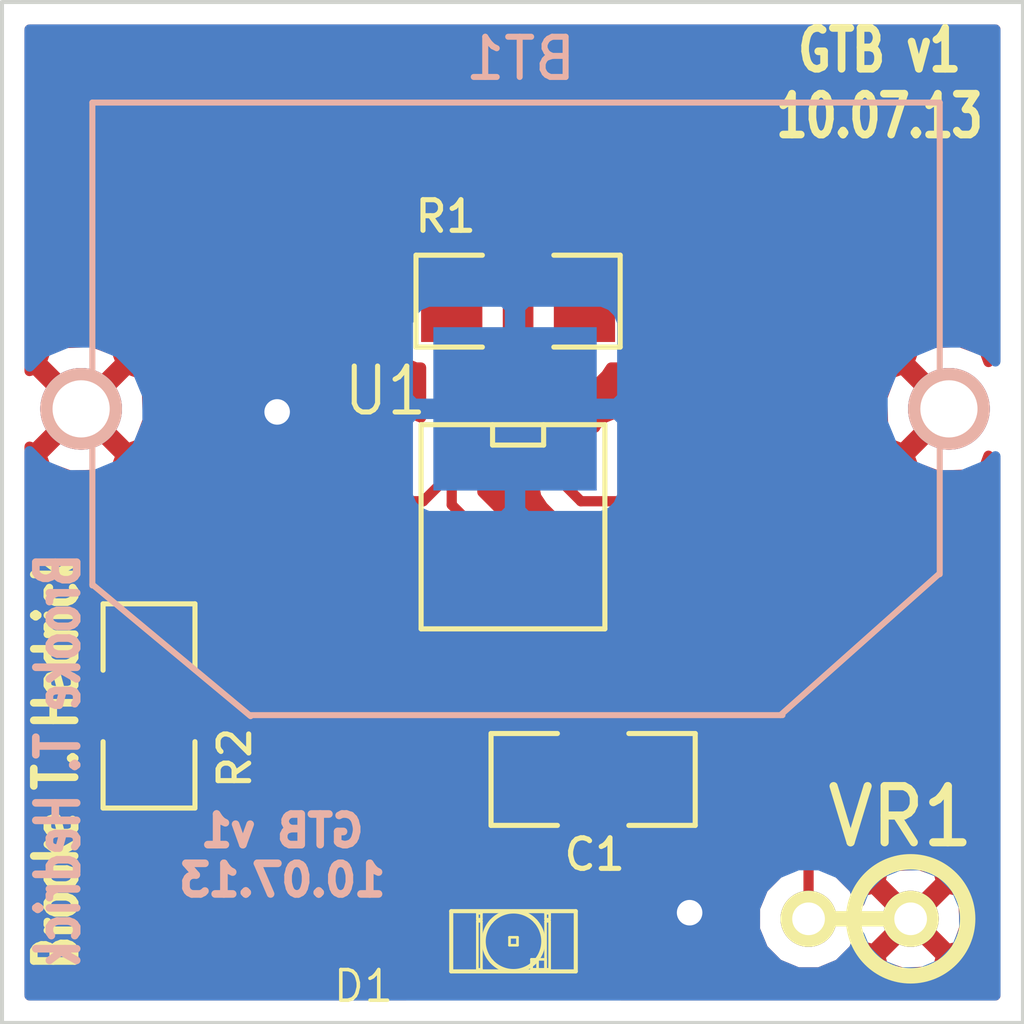
<source format=kicad_pcb>
(kicad_pcb (version 3) (host pcbnew "(2013-08-23 BZR 4296)-product")

  (general
    (links 14)
    (no_connects 0)
    (area 99.080865 98.908399 128.396201 124.52985)
    (thickness 1.6)
    (drawings 9)
    (tracks 34)
    (zones 0)
    (modules 7)
    (nets 8)
  )

  (page A4)
  (layers
    (15 F.Cu signal)
    (0 B.Cu signal hide)
    (16 B.Adhes user)
    (17 F.Adhes user)
    (18 B.Paste user)
    (19 F.Paste user)
    (20 B.SilkS user)
    (21 F.SilkS user)
    (22 B.Mask user)
    (23 F.Mask user)
    (24 Dwgs.User user)
    (25 Cmts.User user)
    (26 Eco1.User user)
    (27 Eco2.User user)
    (28 Edge.Cuts user)
  )

  (setup
    (last_trace_width 0.254)
    (trace_clearance 0.254)
    (zone_clearance 0.508)
    (zone_45_only no)
    (trace_min 0.254)
    (segment_width 0.2)
    (edge_width 0.1)
    (via_size 0.889)
    (via_drill 0.635)
    (via_min_size 0.889)
    (via_min_drill 0.508)
    (uvia_size 0.508)
    (uvia_drill 0.127)
    (uvias_allowed no)
    (uvia_min_size 0.508)
    (uvia_min_drill 0.127)
    (pcb_text_width 0.3)
    (pcb_text_size 1.5 1.5)
    (mod_edge_width 0.15)
    (mod_text_size 1 1)
    (mod_text_width 0.15)
    (pad_size 4.064 4.064)
    (pad_drill 0)
    (pad_to_mask_clearance 0)
    (aux_axis_origin 0 0)
    (visible_elements 7FFFFFFF)
    (pcbplotparams
      (layerselection 3178497)
      (usegerberextensions true)
      (excludeedgelayer true)
      (linewidth 0.150000)
      (plotframeref false)
      (viasonmask false)
      (mode 1)
      (useauxorigin false)
      (hpglpennumber 1)
      (hpglpenspeed 20)
      (hpglpendiameter 15)
      (hpglpenoverlay 2)
      (psnegative false)
      (psa4output false)
      (plotreference true)
      (plotvalue true)
      (plotothertext true)
      (plotinvisibletext false)
      (padsonsilk false)
      (subtractmaskfromsilk false)
      (outputformat 1)
      (mirror false)
      (drillshape 1)
      (scaleselection 1)
      (outputdirectory ""))
  )

  (net 0 "")
  (net 1 GND)
  (net 2 N-000001)
  (net 3 N-000002)
  (net 4 N-000004)
  (net 5 N-000006)
  (net 6 N-000007)
  (net 7 VCC)

  (net_class Default "This is the default net class."
    (clearance 0.254)
    (trace_width 0.254)
    (via_dia 0.889)
    (via_drill 0.635)
    (uvia_dia 0.508)
    (uvia_drill 0.127)
    (add_net "")
    (add_net GND)
    (add_net N-000001)
    (add_net N-000002)
    (add_net N-000004)
    (add_net N-000006)
    (add_net N-000007)
    (add_net VCC)
  )

  (module SM1206 (layer F.Cu) (tedit 52538772) (tstamp 524FA1B7)
    (at 117.6528 118.3005)
    (path /524F7B7F)
    (attr smd)
    (fp_text reference C1 (at 0.0381 1.8669) (layer F.SilkS)
      (effects (font (size 0.762 0.762) (thickness 0.127)))
    )
    (fp_text value 1U (at 0 0) (layer F.SilkS) hide
      (effects (font (size 0.762 0.762) (thickness 0.127)))
    )
    (fp_line (start -2.54 -1.143) (end -2.54 1.143) (layer F.SilkS) (width 0.127))
    (fp_line (start -2.54 1.143) (end -0.889 1.143) (layer F.SilkS) (width 0.127))
    (fp_line (start 0.889 -1.143) (end 2.54 -1.143) (layer F.SilkS) (width 0.127))
    (fp_line (start 2.54 -1.143) (end 2.54 1.143) (layer F.SilkS) (width 0.127))
    (fp_line (start 2.54 1.143) (end 0.889 1.143) (layer F.SilkS) (width 0.127))
    (fp_line (start -0.889 -1.143) (end -2.54 -1.143) (layer F.SilkS) (width 0.127))
    (pad 1 smd rect (at -1.651 0) (size 1.524 2.032)
      (layers F.Cu F.Paste F.Mask)
      (net 5 N-000006)
    )
    (pad 2 smd rect (at 1.651 0) (size 1.524 2.032)
      (layers F.Cu F.Paste F.Mask)
      (net 1 GND)
    )
    (model smd/chip_cms.wrl
      (at (xyz 0 0 0))
      (scale (xyz 0.17 0.16 0.16))
      (rotate (xyz 0 0 0))
    )
  )

  (module LED-1206 (layer F.Cu) (tedit 5253879E) (tstamp 524FA1E1)
    (at 115.6716 122.3264)
    (descr "LED 1206 smd package")
    (tags "LED1206 SMD")
    (path /524F7C83)
    (attr smd)
    (fp_text reference D1 (at -3.7338 1.1176) (layer F.SilkS)
      (effects (font (size 0.762 0.762) (thickness 0.0889)))
    )
    (fp_text value LED (at 0 1.524) (layer F.SilkS) hide
      (effects (font (size 0.762 0.762) (thickness 0.0889)))
    )
    (fp_line (start -0.09906 0.09906) (end 0.09906 0.09906) (layer F.SilkS) (width 0.06604))
    (fp_line (start 0.09906 0.09906) (end 0.09906 -0.09906) (layer F.SilkS) (width 0.06604))
    (fp_line (start -0.09906 -0.09906) (end 0.09906 -0.09906) (layer F.SilkS) (width 0.06604))
    (fp_line (start -0.09906 0.09906) (end -0.09906 -0.09906) (layer F.SilkS) (width 0.06604))
    (fp_line (start 0.44958 0.6985) (end 0.79756 0.6985) (layer F.SilkS) (width 0.06604))
    (fp_line (start 0.79756 0.6985) (end 0.79756 0.44958) (layer F.SilkS) (width 0.06604))
    (fp_line (start 0.44958 0.44958) (end 0.79756 0.44958) (layer F.SilkS) (width 0.06604))
    (fp_line (start 0.44958 0.6985) (end 0.44958 0.44958) (layer F.SilkS) (width 0.06604))
    (fp_line (start 0.79756 0.6985) (end 0.89916 0.6985) (layer F.SilkS) (width 0.06604))
    (fp_line (start 0.89916 0.6985) (end 0.89916 -0.49784) (layer F.SilkS) (width 0.06604))
    (fp_line (start 0.79756 -0.49784) (end 0.89916 -0.49784) (layer F.SilkS) (width 0.06604))
    (fp_line (start 0.79756 0.6985) (end 0.79756 -0.49784) (layer F.SilkS) (width 0.06604))
    (fp_line (start 0.79756 -0.54864) (end 0.89916 -0.54864) (layer F.SilkS) (width 0.06604))
    (fp_line (start 0.89916 -0.54864) (end 0.89916 -0.6985) (layer F.SilkS) (width 0.06604))
    (fp_line (start 0.79756 -0.6985) (end 0.89916 -0.6985) (layer F.SilkS) (width 0.06604))
    (fp_line (start 0.79756 -0.54864) (end 0.79756 -0.6985) (layer F.SilkS) (width 0.06604))
    (fp_line (start -0.89916 0.6985) (end -0.79756 0.6985) (layer F.SilkS) (width 0.06604))
    (fp_line (start -0.79756 0.6985) (end -0.79756 -0.49784) (layer F.SilkS) (width 0.06604))
    (fp_line (start -0.89916 -0.49784) (end -0.79756 -0.49784) (layer F.SilkS) (width 0.06604))
    (fp_line (start -0.89916 0.6985) (end -0.89916 -0.49784) (layer F.SilkS) (width 0.06604))
    (fp_line (start -0.89916 -0.54864) (end -0.79756 -0.54864) (layer F.SilkS) (width 0.06604))
    (fp_line (start -0.79756 -0.54864) (end -0.79756 -0.6985) (layer F.SilkS) (width 0.06604))
    (fp_line (start -0.89916 -0.6985) (end -0.79756 -0.6985) (layer F.SilkS) (width 0.06604))
    (fp_line (start -0.89916 -0.54864) (end -0.89916 -0.6985) (layer F.SilkS) (width 0.06604))
    (fp_line (start 0.44958 0.6985) (end 0.59944 0.6985) (layer F.SilkS) (width 0.06604))
    (fp_line (start 0.59944 0.6985) (end 0.59944 0.44958) (layer F.SilkS) (width 0.06604))
    (fp_line (start 0.44958 0.44958) (end 0.59944 0.44958) (layer F.SilkS) (width 0.06604))
    (fp_line (start 0.44958 0.6985) (end 0.44958 0.44958) (layer F.SilkS) (width 0.06604))
    (fp_line (start 1.5494 0.7493) (end -1.5494 0.7493) (layer F.SilkS) (width 0.1016))
    (fp_line (start -1.5494 0.7493) (end -1.5494 -0.7493) (layer F.SilkS) (width 0.1016))
    (fp_line (start -1.5494 -0.7493) (end 1.5494 -0.7493) (layer F.SilkS) (width 0.1016))
    (fp_line (start 1.5494 -0.7493) (end 1.5494 0.7493) (layer F.SilkS) (width 0.1016))
    (fp_arc (start 0 0) (end 0.54864 0.49784) (angle 95.4) (layer F.SilkS) (width 0.1016))
    (fp_arc (start 0 0) (end -0.54864 0.49784) (angle 84.5) (layer F.SilkS) (width 0.1016))
    (fp_arc (start 0 0) (end -0.54864 -0.49784) (angle 95.4) (layer F.SilkS) (width 0.1016))
    (fp_arc (start 0 0) (end 0.54864 -0.49784) (angle 84.5) (layer F.SilkS) (width 0.1016))
    (pad 1 smd rect (at -1.41986 0) (size 1.59766 1.80086)
      (layers F.Cu F.Paste F.Mask)
      (net 3 N-000002)
    )
    (pad 2 smd rect (at 1.41986 0) (size 1.59766 1.80086)
      (layers F.Cu F.Paste F.Mask)
      (net 1 GND)
    )
  )

  (module SM1206 (layer F.Cu) (tedit 5253883C) (tstamp 524FA1ED)
    (at 115.7859 106.4006 180)
    (path /524F7B6B)
    (attr smd)
    (fp_text reference R1 (at 1.8034 2.1082 180) (layer F.SilkS)
      (effects (font (size 0.762 0.762) (thickness 0.127)))
    )
    (fp_text value 470K (at 0 0 180) (layer F.SilkS) hide
      (effects (font (size 0.762 0.762) (thickness 0.127)))
    )
    (fp_line (start -2.54 -1.143) (end -2.54 1.143) (layer F.SilkS) (width 0.127))
    (fp_line (start -2.54 1.143) (end -0.889 1.143) (layer F.SilkS) (width 0.127))
    (fp_line (start 0.889 -1.143) (end 2.54 -1.143) (layer F.SilkS) (width 0.127))
    (fp_line (start 2.54 -1.143) (end 2.54 1.143) (layer F.SilkS) (width 0.127))
    (fp_line (start 2.54 1.143) (end 0.889 1.143) (layer F.SilkS) (width 0.127))
    (fp_line (start -0.889 -1.143) (end -2.54 -1.143) (layer F.SilkS) (width 0.127))
    (pad 1 smd rect (at -1.651 0 180) (size 1.524 2.032)
      (layers F.Cu F.Paste F.Mask)
      (net 6 N-000007)
    )
    (pad 2 smd rect (at 1.651 0 180) (size 1.524 2.032)
      (layers F.Cu F.Paste F.Mask)
      (net 5 N-000006)
    )
    (model smd/chip_cms.wrl
      (at (xyz 0 0 0))
      (scale (xyz 0.17 0.16 0.16))
      (rotate (xyz 0 0 0))
    )
  )

  (module SM1206 (layer F.Cu) (tedit 525387BC) (tstamp 524FA1F9)
    (at 106.6038 116.4717 270)
    (path /524F7C65)
    (attr smd)
    (fp_text reference R2 (at 1.2954 -2.1336 270) (layer F.SilkS)
      (effects (font (size 0.762 0.762) (thickness 0.127)))
    )
    (fp_text value 1K (at 0 0 270) (layer F.SilkS) hide
      (effects (font (size 0.762 0.762) (thickness 0.127)))
    )
    (fp_line (start -2.54 -1.143) (end -2.54 1.143) (layer F.SilkS) (width 0.127))
    (fp_line (start -2.54 1.143) (end -0.889 1.143) (layer F.SilkS) (width 0.127))
    (fp_line (start 0.889 -1.143) (end 2.54 -1.143) (layer F.SilkS) (width 0.127))
    (fp_line (start 2.54 -1.143) (end 2.54 1.143) (layer F.SilkS) (width 0.127))
    (fp_line (start 2.54 1.143) (end 0.889 1.143) (layer F.SilkS) (width 0.127))
    (fp_line (start -0.889 -1.143) (end -2.54 -1.143) (layer F.SilkS) (width 0.127))
    (pad 1 smd rect (at -1.651 0 270) (size 1.524 2.032)
      (layers F.Cu F.Paste F.Mask)
      (net 2 N-000001)
    )
    (pad 2 smd rect (at 1.651 0 270) (size 1.524 2.032)
      (layers F.Cu F.Paste F.Mask)
      (net 3 N-000002)
    )
    (model smd/chip_cms.wrl
      (at (xyz 0 0 0))
      (scale (xyz 0.17 0.16 0.16))
      (rotate (xyz 0 0 0))
    )
  )

  (module SO8N (layer F.Cu) (tedit 5253882F) (tstamp 524FA20C)
    (at 115.6589 112.014 270)
    (descr "Module CMS SOJ 8 pins large")
    (tags "CMS SOJ")
    (path /524F7B43)
    (attr smd)
    (fp_text reference U1 (at -3.3782 3.175 360) (layer F.SilkS)
      (effects (font (size 1.143 1.016) (thickness 0.127)))
    )
    (fp_text value 7555 (at -3.2766 -3.9243 360) (layer F.SilkS) hide
      (effects (font (size 1.016 1.016) (thickness 0.127)))
    )
    (fp_line (start -2.54 -2.286) (end 2.54 -2.286) (layer F.SilkS) (width 0.127))
    (fp_line (start 2.54 -2.286) (end 2.54 2.286) (layer F.SilkS) (width 0.127))
    (fp_line (start 2.54 2.286) (end -2.54 2.286) (layer F.SilkS) (width 0.127))
    (fp_line (start -2.54 2.286) (end -2.54 -2.286) (layer F.SilkS) (width 0.127))
    (fp_line (start -2.54 -0.762) (end -2.032 -0.762) (layer F.SilkS) (width 0.127))
    (fp_line (start -2.032 -0.762) (end -2.032 0.508) (layer F.SilkS) (width 0.127))
    (fp_line (start -2.032 0.508) (end -2.54 0.508) (layer F.SilkS) (width 0.127))
    (pad 8 smd rect (at -1.905 -3.175 270) (size 0.508 1.143)
      (layers F.Cu F.Paste F.Mask)
      (net 7 VCC)
    )
    (pad 7 smd rect (at -0.635 -3.175 270) (size 0.508 1.143)
      (layers F.Cu F.Paste F.Mask)
      (net 6 N-000007)
    )
    (pad 6 smd rect (at 0.635 -3.175 270) (size 0.508 1.143)
      (layers F.Cu F.Paste F.Mask)
      (net 5 N-000006)
    )
    (pad 5 smd rect (at 1.905 -3.175 270) (size 0.508 1.143)
      (layers F.Cu F.Paste F.Mask)
      (net 4 N-000004)
    )
    (pad 4 smd rect (at 1.905 3.175 270) (size 0.508 1.143)
      (layers F.Cu F.Paste F.Mask)
      (net 7 VCC)
    )
    (pad 3 smd rect (at 0.635 3.175 270) (size 0.508 1.143)
      (layers F.Cu F.Paste F.Mask)
      (net 2 N-000001)
    )
    (pad 2 smd rect (at -0.635 3.175 270) (size 0.508 1.143)
      (layers F.Cu F.Paste F.Mask)
      (net 5 N-000006)
    )
    (pad 1 smd rect (at -1.905 3.175 270) (size 0.508 1.143)
      (layers F.Cu F.Paste F.Mask)
      (net 1 GND)
    )
    (model smd/cms_so8.wrl
      (at (xyz 0 0 0))
      (scale (xyz 0.5 0.38 0.5))
      (rotate (xyz 0 0 0))
    )
  )

  (module R1 (layer F.Cu) (tedit 200000) (tstamp 524FA214)
    (at 124.2822 121.7676 180)
    (descr "Resistance verticale")
    (tags R)
    (path /524F7B57)
    (autoplace_cost90 10)
    (autoplace_cost180 10)
    (fp_text reference VR1 (at -1.016 2.54 180) (layer F.SilkS)
      (effects (font (size 1.397 1.27) (thickness 0.2032)))
    )
    (fp_text value LDR (at -1.143 2.54 180) (layer F.SilkS) hide
      (effects (font (size 1.397 1.27) (thickness 0.2032)))
    )
    (fp_line (start -1.27 0) (end 1.27 0) (layer F.SilkS) (width 0.381))
    (fp_circle (center -1.27 0) (end -0.635 1.27) (layer F.SilkS) (width 0.381))
    (pad 1 thru_hole circle (at -1.27 0 180) (size 1.397 1.397) (drill 0.8128)
      (layers *.Cu *.Mask F.SilkS)
      (net 7 VCC)
    )
    (pad 2 thru_hole circle (at 1.27 0 180) (size 1.397 1.397) (drill 0.8128)
      (layers *.Cu *.Mask F.SilkS)
      (net 6 N-000007)
    )
    (model discret/verti_resistor.wrl
      (at (xyz 0 0 0))
      (scale (xyz 1 1 1))
      (rotate (xyz 0 0 0))
    )
  )

  (module CR2032_BK-913 (layer B.Cu) (tedit 52538C51) (tstamp 52537F50)
    (at 115.7097 109.0803 180)
    (path /524F7F11)
    (fp_text reference BT1 (at -0.1397 8.7122 180) (layer B.SilkS)
      (effects (font (size 1 1) (thickness 0.15)) (justify mirror))
    )
    (fp_text value CR2032 (at 0.3302 -9.2456 180) (layer B.SilkS) hide
      (effects (font (size 1 1) (thickness 0.15)) (justify mirror))
    )
    (fp_line (start -10.5664 -4.1148) (end -10.5664 7.62) (layer B.SilkS) (width 0.15))
    (fp_line (start 6.604 -7.62) (end -6.6548 -7.62) (layer B.SilkS) (width 0.15))
    (fp_line (start 10.5156 -4.3942) (end 10.5156 7.62) (layer B.SilkS) (width 0.15))
    (fp_line (start 6.5786 -7.6454) (end 10.5156 -4.3688) (layer B.SilkS) (width 0.15))
    (fp_line (start -6.604 -7.62) (end -10.541 -4.1148) (layer B.SilkS) (width 0.15))
    (fp_line (start -10.5664 7.62) (end 10.5156 7.62) (layer B.SilkS) (width 0.15))
    (pad 1 thru_hole circle (at -10.795 0 180) (size 2.032 2.032) (drill 1.4224)
      (layers *.Cu *.Mask B.SilkS)
      (net 7 VCC)
    )
    (pad 1 thru_hole circle (at 10.795 0 180) (size 2.032 2.032) (drill 1.4224)
      (layers *.Cu *.Mask B.SilkS)
      (net 7 VCC)
    )
    (pad 2 smd rect (at 0 0 180) (size 4.064 4.064)
      (layers B.Cu B.Paste B.Mask)
      (net 1 GND)
    )
  )

  (gr_text Blinky (at 107.9246 101.4476) (layer F.Mask)
    (effects (font (size 2.032 1.778) (thickness 0.3)))
  )
  (gr_text "GTB v1\n10.07.13" (at 109.9185 120.1928) (layer B.SilkS)
    (effects (font (size 0.762 0.762) (thickness 0.1905)) (justify mirror))
  )
  (gr_text "GTB v1\n10.07.13" (at 124.7775 100.9777) (layer F.SilkS)
    (effects (font (size 1.016 0.762) (thickness 0.1905)))
  )
  (gr_text "Brooke T. Hedrick" (at 104.2924 117.8814 90) (layer F.SilkS)
    (effects (font (size 1.016 0.762) (thickness 0.1905)))
  )
  (gr_text "Brooke T. Hedrick" (at 104.3432 117.8306 90) (layer B.SilkS)
    (effects (font (size 1.016 0.762) (thickness 0.1905)) (justify mirror))
  )
  (gr_line (start 128.3462 124.3584) (end 128.3462 98.9584) (angle 90) (layer Edge.Cuts) (width 0.1))
  (gr_line (start 102.9462 124.3584) (end 102.9462 98.9584) (angle 90) (layer Edge.Cuts) (width 0.1))
  (gr_line (start 128.3462 124.3584) (end 102.9462 124.3584) (angle 90) (layer Edge.Cuts) (width 0.1))
  (gr_line (start 102.9462 98.9584) (end 128.3462 98.9584) (angle 90) (layer Edge.Cuts) (width 0.1))

  (segment (start 119.3038 118.3005) (end 119.3038 119.8499) (width 0.254) (layer F.Cu) (net 1))
  (segment (start 120.0531 120.5992) (end 120.0531 121.6152) (width 0.254) (layer F.Cu) (net 1) (tstamp 52538601))
  (segment (start 119.3038 119.8499) (end 120.0531 120.5992) (width 0.254) (layer F.Cu) (net 1) (tstamp 525385F7))
  (segment (start 117.09146 122.3264) (end 119.3419 122.3264) (width 0.254) (layer F.Cu) (net 1))
  (segment (start 120.0531 121.6152) (end 120.0531 121.6533) (width 0.254) (layer B.Cu) (net 1) (tstamp 525385CA))
  (via (at 120.0531 121.6152) (size 0.889) (layers F.Cu B.Cu) (net 1))
  (segment (start 119.3419 122.3264) (end 120.0531 121.6152) (width 0.254) (layer F.Cu) (net 1) (tstamp 525385C3))
  (segment (start 112.4839 110.109) (end 110.744 110.109) (width 0.254) (layer F.Cu) (net 1))
  (segment (start 109.7915 109.1565) (end 109.7915 109.1311) (width 0.254) (layer B.Cu) (net 1) (tstamp 5253853C))
  (via (at 109.7915 109.1565) (size 0.889) (layers F.Cu B.Cu) (net 1))
  (segment (start 110.744 110.109) (end 109.7915 109.1565) (width 0.254) (layer F.Cu) (net 1) (tstamp 52538537))
  (segment (start 106.6038 114.8207) (end 106.6038 113.0173) (width 0.254) (layer F.Cu) (net 2))
  (segment (start 106.9721 112.649) (end 112.4839 112.649) (width 0.254) (layer F.Cu) (net 2) (tstamp 52536F84))
  (segment (start 106.6038 113.0173) (end 106.9721 112.649) (width 0.254) (layer F.Cu) (net 2) (tstamp 52536F7B))
  (segment (start 114.25174 122.3264) (end 108.6612 122.3264) (width 0.254) (layer F.Cu) (net 3))
  (segment (start 106.6038 120.269) (end 106.6038 118.1227) (width 0.254) (layer F.Cu) (net 3) (tstamp 5253840C))
  (segment (start 108.6612 122.3264) (end 106.6038 120.269) (width 0.254) (layer F.Cu) (net 3) (tstamp 52538404))
  (segment (start 116.0018 118.3005) (end 116.0018 114.1603) (width 0.254) (layer F.Cu) (net 5))
  (segment (start 116.0018 114.1603) (end 117.5131 112.649) (width 0.254) (layer F.Cu) (net 5) (tstamp 52538390))
  (segment (start 118.8339 112.649) (end 117.5131 112.649) (width 0.254) (layer F.Cu) (net 5))
  (segment (start 117.5131 112.649) (end 115.316 112.649) (width 0.254) (layer F.Cu) (net 5) (tstamp 5253839D))
  (segment (start 114.1349 111.4679) (end 114.1349 110.6678) (width 0.254) (layer F.Cu) (net 5) (tstamp 52538366))
  (segment (start 115.316 112.649) (end 114.1349 111.4679) (width 0.254) (layer F.Cu) (net 5) (tstamp 5253835F))
  (segment (start 114.1349 106.4006) (end 114.1349 110.6678) (width 0.254) (layer F.Cu) (net 5))
  (segment (start 113.4237 111.379) (end 112.4839 111.379) (width 0.254) (layer F.Cu) (net 5) (tstamp 52538354))
  (segment (start 114.1349 110.6678) (end 113.4237 111.379) (width 0.254) (layer F.Cu) (net 5) (tstamp 5253834C))
  (segment (start 123.0122 121.7676) (end 123.0122 112.6744) (width 0.254) (layer F.Cu) (net 6))
  (segment (start 121.7168 111.379) (end 118.8339 111.379) (width 0.254) (layer F.Cu) (net 6) (tstamp 525383C1))
  (segment (start 123.0122 112.6744) (end 121.7168 111.379) (width 0.254) (layer F.Cu) (net 6) (tstamp 525383BB))
  (segment (start 117.4369 106.4006) (end 117.4369 107.696) (width 0.254) (layer F.Cu) (net 6))
  (segment (start 117.348 111.379) (end 118.8339 111.379) (width 0.254) (layer F.Cu) (net 6) (tstamp 52538339))
  (segment (start 116.9416 110.9726) (end 117.348 111.379) (width 0.254) (layer F.Cu) (net 6) (tstamp 52538337))
  (segment (start 116.9416 108.1913) (end 116.9416 110.9726) (width 0.254) (layer F.Cu) (net 6) (tstamp 52538331))
  (segment (start 117.4369 107.696) (end 116.9416 108.1913) (width 0.254) (layer F.Cu) (net 6) (tstamp 5253832B))

  (zone (net 7) (net_name VCC) (layer F.Cu) (tstamp 52537D99) (hatch edge 0.508)
    (connect_pads (clearance 0.508))
    (min_thickness 0.254)
    (fill (arc_segments 16) (thermal_gap 0.508) (thermal_bridge_width 0.508))
    (polygon
      (pts
        (xy 128.1811 124.206) (xy 103.251 124.2314) (xy 103.251 99.2632) (xy 128.1811 99.2632)
      )
    )
    (filled_polygon
      (pts
        (xy 127.6612 123.6734) (xy 127.489202 123.6734) (xy 126.898127 123.6734) (xy 126.898127 121.96012) (xy 126.869348 121.430401)
        (xy 126.722 121.074671) (xy 126.486388 121.013017) (xy 126.306783 121.192622) (xy 126.306783 120.833412) (xy 126.245129 120.5978)
        (xy 125.74472 120.421673) (xy 125.215001 120.450452) (xy 124.859271 120.5978) (xy 124.797617 120.833412) (xy 125.5522 121.587995)
        (xy 126.306783 120.833412) (xy 126.306783 121.192622) (xy 125.731805 121.7676) (xy 126.486388 122.522183) (xy 126.722 122.460529)
        (xy 126.898127 121.96012) (xy 126.898127 123.6734) (xy 126.306783 123.6734) (xy 126.306783 122.701788) (xy 125.5522 121.947205)
        (xy 125.372595 122.12681) (xy 125.372595 121.7676) (xy 124.618012 121.013017) (xy 124.3824 121.074671) (xy 124.284116 121.353911)
        (xy 124.143346 121.01322) (xy 123.7742 120.643429) (xy 123.7742 112.6744) (xy 123.716196 112.382795) (xy 123.551015 112.135585)
        (xy 123.551015 112.135584) (xy 122.255615 110.840185) (xy 122.008405 110.675004) (xy 121.7168 110.617) (xy 119.987508 110.617)
        (xy 120.0404 110.489309) (xy 120.0404 110.39475) (xy 120.0404 109.82325) (xy 120.0404 109.728691) (xy 119.943727 109.495302)
        (xy 119.765099 109.316673) (xy 119.53171 109.22) (xy 119.279091 109.22) (xy 119.11965 109.22) (xy 118.9609 109.37875)
        (xy 118.9609 109.982) (xy 119.88165 109.982) (xy 120.0404 109.82325) (xy 120.0404 110.39475) (xy 119.88165 110.236)
        (xy 118.9609 110.236) (xy 118.9609 110.256) (xy 118.7069 110.256) (xy 118.7069 110.236) (xy 118.6869 110.236)
        (xy 118.6869 109.982) (xy 118.7069 109.982) (xy 118.7069 109.37875) (xy 118.54815 109.22) (xy 118.388709 109.22)
        (xy 118.13609 109.22) (xy 117.902701 109.316673) (xy 117.724073 109.495302) (xy 117.7036 109.544728) (xy 117.7036 108.50693)
        (xy 117.975715 108.234815) (xy 118.098135 108.0516) (xy 118.325209 108.0516) (xy 118.558598 107.954927) (xy 118.737227 107.776299)
        (xy 118.8339 107.54291) (xy 118.8339 107.290291) (xy 118.8339 105.258291) (xy 118.737227 105.024902) (xy 118.558599 104.846273)
        (xy 118.32521 104.7496) (xy 118.072591 104.7496) (xy 116.548591 104.7496) (xy 116.315202 104.846273) (xy 116.136573 105.024901)
        (xy 116.0399 105.25829) (xy 116.0399 105.510909) (xy 116.0399 107.542909) (xy 116.136573 107.776298) (xy 116.246562 107.886287)
        (xy 116.246562 107.886288) (xy 116.237604 107.899695) (xy 116.1796 108.1913) (xy 116.1796 110.9726) (xy 116.237604 111.264205)
        (xy 116.402785 111.511415) (xy 116.778369 111.887) (xy 115.63163 111.887) (xy 114.8969 111.152269) (xy 114.8969 110.6678)
        (xy 114.8969 108.0516) (xy 115.023209 108.0516) (xy 115.256598 107.954927) (xy 115.435227 107.776299) (xy 115.5319 107.54291)
        (xy 115.5319 107.290291) (xy 115.5319 105.258291) (xy 115.435227 105.024902) (xy 115.256599 104.846273) (xy 115.02321 104.7496)
        (xy 114.770591 104.7496) (xy 113.246591 104.7496) (xy 113.013202 104.846273) (xy 112.834573 105.024901) (xy 112.7379 105.25829)
        (xy 112.7379 105.510909) (xy 112.7379 107.542909) (xy 112.834573 107.776298) (xy 113.013201 107.954927) (xy 113.24659 108.0516)
        (xy 113.3729 108.0516) (xy 113.3729 109.299193) (xy 113.18171 109.22) (xy 112.929091 109.22) (xy 111.786091 109.22)
        (xy 111.552702 109.316673) (xy 111.522374 109.347) (xy 111.05963 109.347) (xy 110.870999 109.158368) (xy 110.871187 108.942716)
        (xy 110.707189 108.545811) (xy 110.403786 108.241878) (xy 110.007168 108.077187) (xy 109.577716 108.076813) (xy 109.180811 108.240811)
        (xy 108.876878 108.544214) (xy 108.712187 108.940832) (xy 108.711813 109.370284) (xy 108.875811 109.767189) (xy 109.179214 110.071122)
        (xy 109.575832 110.235813) (xy 109.793371 110.236002) (xy 110.205184 110.647815) (xy 110.205185 110.647815) (xy 110.452395 110.812996)
        (xy 110.744 110.871) (xy 111.33029 110.871) (xy 111.2774 110.99869) (xy 111.2774 111.251309) (xy 111.2774 111.759309)
        (xy 111.330291 111.887) (xy 106.9721 111.887) (xy 106.680495 111.945004) (xy 106.576516 112.01448) (xy 106.576516 109.348658)
        (xy 106.552714 108.692281) (xy 106.347322 108.19642) (xy 106.078807 108.095798) (xy 105.899202 108.275403) (xy 105.899202 107.916193)
        (xy 105.79858 107.647678) (xy 105.183058 107.418484) (xy 104.526681 107.442286) (xy 104.03082 107.647678) (xy 103.930198 107.916193)
        (xy 104.9147 108.900695) (xy 105.899202 107.916193) (xy 105.899202 108.275403) (xy 105.094305 109.0803) (xy 106.078807 110.064802)
        (xy 106.347322 109.96418) (xy 106.576516 109.348658) (xy 106.576516 112.01448) (xy 106.433285 112.110185) (xy 106.064985 112.478485)
        (xy 105.899804 112.725695) (xy 105.899202 112.728721) (xy 105.899202 110.244407) (xy 104.9147 109.259905) (xy 103.930198 110.244407)
        (xy 104.03082 110.512922) (xy 104.646342 110.742116) (xy 105.302719 110.718314) (xy 105.79858 110.512922) (xy 105.899202 110.244407)
        (xy 105.899202 112.728721) (xy 105.8418 113.0173) (xy 105.8418 113.4237) (xy 105.461491 113.4237) (xy 105.228102 113.520373)
        (xy 105.049473 113.699001) (xy 104.9528 113.93239) (xy 104.9528 114.185009) (xy 104.9528 115.709009) (xy 105.049473 115.942398)
        (xy 105.228101 116.121027) (xy 105.46149 116.2177) (xy 105.714109 116.2177) (xy 107.746109 116.2177) (xy 107.979498 116.121027)
        (xy 108.158127 115.942399) (xy 108.2548 115.70901) (xy 108.2548 115.456391) (xy 108.2548 113.932391) (xy 108.158127 113.699002)
        (xy 107.979499 113.520373) (xy 107.74611 113.4237) (xy 107.493491 113.4237) (xy 107.3658 113.4237) (xy 107.3658 113.411)
        (xy 111.330291 113.411) (xy 111.2774 113.538691) (xy 111.2774 113.63325) (xy 111.43615 113.792) (xy 112.3569 113.792)
        (xy 112.3569 113.772) (xy 112.6109 113.772) (xy 112.6109 113.792) (xy 113.53165 113.792) (xy 113.6904 113.63325)
        (xy 113.6904 113.538691) (xy 113.593727 113.305302) (xy 113.572425 113.284) (xy 113.593727 113.262699) (xy 113.6904 113.02931)
        (xy 113.6904 112.776691) (xy 113.6904 112.268691) (xy 113.621233 112.101708) (xy 113.621233 112.101707) (xy 113.679489 112.09012)
        (xy 114.777185 113.187816) (xy 114.925376 113.286834) (xy 115.024395 113.352996) (xy 115.024396 113.352996) (xy 115.316 113.411)
        (xy 115.67347 113.411) (xy 115.462985 113.621485) (xy 115.297804 113.868695) (xy 115.2398 114.1603) (xy 115.2398 116.6495)
        (xy 115.113491 116.6495) (xy 114.880102 116.746173) (xy 114.701473 116.924801) (xy 114.6048 117.15819) (xy 114.6048 117.410809)
        (xy 114.6048 119.442809) (xy 114.701473 119.676198) (xy 114.880101 119.854827) (xy 115.11349 119.9515) (xy 115.366109 119.9515)
        (xy 116.890109 119.9515) (xy 117.123498 119.854827) (xy 117.302127 119.676199) (xy 117.3988 119.44281) (xy 117.3988 119.190191)
        (xy 117.3988 117.158191) (xy 117.302127 116.924802) (xy 117.123499 116.746173) (xy 116.89011 116.6495) (xy 116.7638 116.6495)
        (xy 116.7638 114.47593) (xy 117.6274 113.61233) (xy 117.6274 113.791309) (xy 117.6274 114.299309) (xy 117.724073 114.532698)
        (xy 117.902701 114.711327) (xy 118.13609 114.808) (xy 118.388709 114.808) (xy 119.531709 114.808) (xy 119.765098 114.711327)
        (xy 119.943727 114.532699) (xy 120.0404 114.29931) (xy 120.0404 114.046691) (xy 120.0404 113.538691) (xy 119.943727 113.305302)
        (xy 119.922425 113.284) (xy 119.943727 113.262699) (xy 120.0404 113.02931) (xy 120.0404 112.776691) (xy 120.0404 112.268691)
        (xy 119.987508 112.141) (xy 121.401169 112.141) (xy 122.2502 112.99003) (xy 122.2502 120.64406) (xy 121.882373 121.011247)
        (xy 121.678932 121.501187) (xy 121.678469 122.031686) (xy 121.881054 122.52198) (xy 122.255847 122.897427) (xy 122.745787 123.100868)
        (xy 123.276286 123.101331) (xy 123.76658 122.898746) (xy 124.142027 122.523953) (xy 124.275513 122.202481) (xy 124.3824 122.460529)
        (xy 124.618012 122.522183) (xy 125.372595 121.7676) (xy 125.372595 122.12681) (xy 124.797617 122.701788) (xy 124.859271 122.9374)
        (xy 125.35968 123.113527) (xy 125.889399 123.084748) (xy 126.245129 122.9374) (xy 126.306783 122.701788) (xy 126.306783 123.6734)
        (xy 118.341745 123.6734) (xy 118.428617 123.586529) (xy 118.52529 123.35314) (xy 118.52529 123.100521) (xy 118.52529 123.0884)
        (xy 119.3419 123.0884) (xy 119.3419 123.088399) (xy 119.633504 123.030396) (xy 119.633505 123.030396) (xy 119.880715 122.865215)
        (xy 120.051231 122.694699) (xy 120.266884 122.694887) (xy 120.663789 122.530889) (xy 120.967722 122.227486) (xy 121.132413 121.830868)
        (xy 121.132787 121.401416) (xy 120.968789 121.004511) (xy 120.8151 120.850553) (xy 120.8151 120.5992) (xy 120.757096 120.307595)
        (xy 120.591915 120.060385) (xy 120.591915 120.060384) (xy 120.397821 119.86629) (xy 120.425498 119.854827) (xy 120.604127 119.676199)
        (xy 120.7008 119.44281) (xy 120.7008 119.190191) (xy 120.7008 117.158191) (xy 120.604127 116.924802) (xy 120.425499 116.746173)
        (xy 120.19211 116.6495) (xy 119.939491 116.6495) (xy 118.415491 116.6495) (xy 118.182102 116.746173) (xy 118.003473 116.924801)
        (xy 117.9068 117.15819) (xy 117.9068 117.410809) (xy 117.9068 119.442809) (xy 118.003473 119.676198) (xy 118.182101 119.854827)
        (xy 118.41549 119.9515) (xy 118.562009 119.9515) (xy 118.599804 120.141505) (xy 118.764985 120.388715) (xy 119.258935 120.882666)
        (xy 119.138478 121.002914) (xy 118.973787 121.399532) (xy 118.973643 121.5644) (xy 118.52529 121.5644) (xy 118.52529 121.299661)
        (xy 118.428617 121.066272) (xy 118.249989 120.887643) (xy 118.0166 120.79097) (xy 117.763981 120.79097) (xy 116.166321 120.79097)
        (xy 115.932932 120.887643) (xy 115.754303 121.066271) (xy 115.671599 121.265933) (xy 115.588897 121.066272) (xy 115.410269 120.887643)
        (xy 115.17688 120.79097) (xy 114.924261 120.79097) (xy 113.6904 120.79097) (xy 113.6904 114.299309) (xy 113.6904 114.20475)
        (xy 113.53165 114.046) (xy 112.6109 114.046) (xy 112.6109 114.64925) (xy 112.76965 114.808) (xy 112.929091 114.808)
        (xy 113.18171 114.808) (xy 113.415099 114.711327) (xy 113.593727 114.532698) (xy 113.6904 114.299309) (xy 113.6904 120.79097)
        (xy 113.326601 120.79097) (xy 113.093212 120.887643) (xy 112.914583 121.066271) (xy 112.81791 121.29966) (xy 112.81791 121.552279)
        (xy 112.81791 121.5644) (xy 112.3569 121.5644) (xy 112.3569 114.64925) (xy 112.3569 114.046) (xy 111.43615 114.046)
        (xy 111.2774 114.20475) (xy 111.2774 114.299309) (xy 111.374073 114.532698) (xy 111.552701 114.711327) (xy 111.78609 114.808)
        (xy 112.038709 114.808) (xy 112.19815 114.808) (xy 112.3569 114.64925) (xy 112.3569 121.5644) (xy 108.976829 121.5644)
        (xy 107.3658 119.95337) (xy 107.3658 119.5197) (xy 107.746109 119.5197) (xy 107.979498 119.423027) (xy 108.158127 119.244399)
        (xy 108.2548 119.01101) (xy 108.2548 118.758391) (xy 108.2548 117.234391) (xy 108.158127 117.001002) (xy 107.979499 116.822373)
        (xy 107.74611 116.7257) (xy 107.493491 116.7257) (xy 105.461491 116.7257) (xy 105.228102 116.822373) (xy 105.049473 117.001001)
        (xy 104.9528 117.23439) (xy 104.9528 117.487009) (xy 104.9528 119.011009) (xy 105.049473 119.244398) (xy 105.228101 119.423027)
        (xy 105.46149 119.5197) (xy 105.714109 119.5197) (xy 105.8418 119.5197) (xy 105.8418 120.269) (xy 105.899804 120.560605)
        (xy 106.064985 120.807815) (xy 108.122385 122.865215) (xy 108.369595 123.030396) (xy 108.369596 123.030396) (xy 108.6612 123.0884)
        (xy 112.81791 123.0884) (xy 112.81791 123.353139) (xy 112.914583 123.586528) (xy 113.001454 123.6734) (xy 103.6312 123.6734)
        (xy 103.6312 110.020061) (xy 103.750593 110.064802) (xy 104.735095 109.0803) (xy 103.750593 108.095798) (xy 103.6312 108.140538)
        (xy 103.6312 99.6434) (xy 127.6612 99.6434) (xy 127.6612 107.85971) (xy 127.603441 107.801951) (xy 127.489201 107.91619)
        (xy 127.38858 107.647678) (xy 126.773058 107.418484) (xy 126.116681 107.442286) (xy 125.62082 107.647678) (xy 125.520198 107.916193)
        (xy 126.5047 108.900695) (xy 126.518842 108.886552) (xy 126.698447 109.066157) (xy 126.684305 109.0803) (xy 126.698447 109.094442)
        (xy 126.518842 109.274047) (xy 126.5047 109.259905) (xy 126.325095 109.43951) (xy 126.325095 109.0803) (xy 125.340593 108.095798)
        (xy 125.072078 108.19642) (xy 124.842884 108.811942) (xy 124.866686 109.468319) (xy 125.072078 109.96418) (xy 125.340593 110.064802)
        (xy 126.325095 109.0803) (xy 126.325095 109.43951) (xy 125.520198 110.244407) (xy 125.62082 110.512922) (xy 126.236342 110.742116)
        (xy 126.892719 110.718314) (xy 127.38858 110.512922) (xy 127.489201 110.244409) (xy 127.489202 110.24441) (xy 127.603441 110.358649)
        (xy 127.6612 110.30089) (xy 127.6612 123.6734)
      )
    )
  )
  (zone (net 1) (net_name GND) (layer B.Cu) (tstamp 5253845B) (hatch edge 0.508)
    (connect_pads (clearance 0.508))
    (min_thickness 0.254)
    (fill (arc_segments 16) (thermal_gap 0.508) (thermal_bridge_width 0.508))
    (polygon
      (pts
        (xy 128.2065 124.1806) (xy 103.1367 124.1806) (xy 103.1367 99.1743) (xy 128.2065 99.06)
      )
    )
    (filled_polygon
      (pts
        (xy 127.6612 123.6734) (xy 126.885931 123.6734) (xy 126.885931 121.503514) (xy 126.683346 121.01322) (xy 126.308553 120.637773)
        (xy 125.818613 120.434332) (xy 125.288114 120.433869) (xy 124.79782 120.636454) (xy 124.422373 121.011247) (xy 124.282106 121.349046)
        (xy 124.143346 121.01322) (xy 123.768553 120.637773) (xy 123.278613 120.434332) (xy 122.748114 120.433869) (xy 122.25782 120.636454)
        (xy 121.882373 121.011247) (xy 121.678932 121.501187) (xy 121.678469 122.031686) (xy 121.881054 122.52198) (xy 122.255847 122.897427)
        (xy 122.745787 123.100868) (xy 123.276286 123.101331) (xy 123.76658 122.898746) (xy 124.142027 122.523953) (xy 124.282293 122.186153)
        (xy 124.421054 122.52198) (xy 124.795847 122.897427) (xy 125.285787 123.100868) (xy 125.816286 123.101331) (xy 126.30658 122.898746)
        (xy 126.682027 122.523953) (xy 126.885468 122.034013) (xy 126.885931 121.503514) (xy 126.885931 123.6734) (xy 118.3767 123.6734)
        (xy 118.3767 111.23861) (xy 118.3767 110.985991) (xy 118.3767 109.36605) (xy 118.3767 108.79455) (xy 118.3767 107.174609)
        (xy 118.3767 106.92199) (xy 118.280027 106.688601) (xy 118.101398 106.509973) (xy 117.868009 106.4133) (xy 115.99545 106.4133)
        (xy 115.8367 106.57205) (xy 115.8367 108.9533) (xy 118.21795 108.9533) (xy 118.3767 108.79455) (xy 118.3767 109.36605)
        (xy 118.21795 109.2073) (xy 115.8367 109.2073) (xy 115.8367 111.58855) (xy 115.99545 111.7473) (xy 117.868009 111.7473)
        (xy 118.101398 111.650627) (xy 118.280027 111.471999) (xy 118.3767 111.23861) (xy 118.3767 123.6734) (xy 115.5827 123.6734)
        (xy 115.5827 111.58855) (xy 115.5827 109.2073) (xy 115.5827 108.9533) (xy 115.5827 106.57205) (xy 115.42395 106.4133)
        (xy 113.551391 106.4133) (xy 113.318002 106.509973) (xy 113.139373 106.688601) (xy 113.0427 106.92199) (xy 113.0427 107.174609)
        (xy 113.0427 108.79455) (xy 113.20145 108.9533) (xy 115.5827 108.9533) (xy 115.5827 109.2073) (xy 113.20145 109.2073)
        (xy 113.0427 109.36605) (xy 113.0427 110.985991) (xy 113.0427 111.23861) (xy 113.139373 111.471999) (xy 113.318002 111.650627)
        (xy 113.551391 111.7473) (xy 115.42395 111.7473) (xy 115.5827 111.58855) (xy 115.5827 123.6734) (xy 103.6312 123.6734)
        (xy 103.6312 110.131465) (xy 103.978263 110.479134) (xy 104.584855 110.731013) (xy 105.241663 110.731586) (xy 105.848695 110.480766)
        (xy 106.313534 110.016737) (xy 106.565413 109.410145) (xy 106.565986 108.753337) (xy 106.315166 108.146305) (xy 105.851137 107.681466)
        (xy 105.244545 107.429587) (xy 104.587737 107.429014) (xy 103.980705 107.679834) (xy 103.6312 108.028729) (xy 103.6312 99.6434)
        (xy 127.6612 99.6434) (xy 127.6612 107.901913) (xy 127.441137 107.681466) (xy 126.834545 107.429587) (xy 126.177737 107.429014)
        (xy 125.570705 107.679834) (xy 125.105866 108.143863) (xy 124.853987 108.750455) (xy 124.853414 109.407263) (xy 125.104234 110.014295)
        (xy 125.568263 110.479134) (xy 126.174855 110.731013) (xy 126.831663 110.731586) (xy 127.438695 110.480766) (xy 127.6612 110.258648)
        (xy 127.6612 123.6734)
      )
    )
  )
)

</source>
